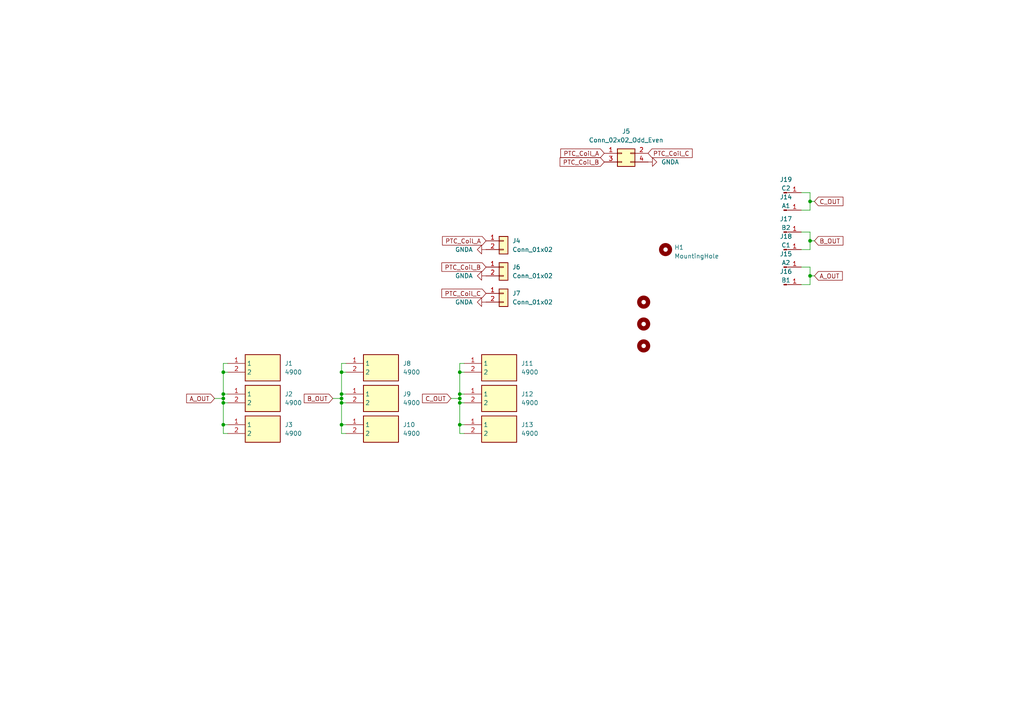
<source format=kicad_sch>
(kicad_sch (version 20230121) (generator eeschema)
  (paper "A4")
  (lib_symbols
    (symbol "4900:4900"
      (property "Reference" "J" (at 16.51 7.62 0))
      (property "Value" "4900" (at 16.51 5.08 0))
      (symbol "4900_1_1"
        (rectangle (start 5.08 2.54) (end 15.24 -5.08) (stroke (width 0.254)) (fill (type background)))
        (pin passive line (at 0 0 0) (length 5.08) (name "1") (number "1"))
        (pin passive line (at 0 -2.54 0) (length 5.08) (name "2") (number "2"))
      )
    )
    (symbol "Connector:Conn_01x01_Pin" (pin_names (offset 1.016) hide)
      (property "Reference" "J" (at 0 2.54 0))
      (property "Value" "Conn_01x01_Pin" (at 0 -2.54 0))
      (symbol "Conn_01x01_Pin_1_1"
        (polyline (pts (xy 1.27 0) (xy 0.8636 0)) (stroke (width 0.1524)))
        (rectangle (start 0.8636 0.127) (end 0 -0.127) (stroke (width 0.1524)) (fill (type outline)))
        (pin passive line (at 5.08 0 180) (length 3.81) (name "Pin_1") (number "1"))
      )
    )
    (symbol "Connector_Generic:Conn_01x02" (pin_names (offset 1.016) hide)
      (property "Reference" "J" (at 0 2.54 0))
      (property "Value" "Conn_01x02" (at 0 -5.08 0))
      (symbol "Conn_01x02_1_1"
        (rectangle (start -1.27 -2.413) (end 0 -2.667) (stroke (width 0.1524)))
        (rectangle (start -1.27 0.127) (end 0 -0.127) (stroke (width 0.1524)))
        (rectangle (start -1.27 1.27) (end 1.27 -3.81) (stroke (width 0.254)) (fill (type background)))
        (pin passive line (at -5.08 0 0) (length 3.81) (name "Pin_1") (number "1"))
        (pin passive line (at -5.08 -2.54 0) (length 3.81) (name "Pin_2") (number "2"))
      )
    )
    (symbol "Connector_Generic:Conn_02x02_Odd_Even" (pin_names (offset 1.016) hide)
      (property "Reference" "J" (at 1.27 2.54 0))
      (property "Value" "Conn_02x02_Odd_Even" (at 1.27 -5.08 0))
      (symbol "Conn_02x02_Odd_Even_1_1"
        (rectangle (start -1.27 -2.413) (end 0 -2.667) (stroke (width 0.1524)))
        (rectangle (start -1.27 0.127) (end 0 -0.127) (stroke (width 0.1524)))
        (rectangle (start -1.27 1.27) (end 3.81 -3.81) (stroke (width 0.254)) (fill (type background)))
        (rectangle (start 3.81 -2.413) (end 2.54 -2.667) (stroke (width 0.1524)))
        (rectangle (start 3.81 0.127) (end 2.54 -0.127) (stroke (width 0.1524)))
        (pin passive line (at -5.08 0 0) (length 3.81) (name "Pin_1") (number "1"))
        (pin passive line (at 7.62 0 180) (length 3.81) (name "Pin_2") (number "2"))
        (pin passive line (at -5.08 -2.54 0) (length 3.81) (name "Pin_3") (number "3"))
        (pin passive line (at 7.62 -2.54 180) (length 3.81) (name "Pin_4") (number "4"))
      )
    )
    (symbol "Mechanical:MountingHole" (pin_names (offset 1.016))
      (property "Reference" "H" (at 0 5.08 0))
      (property "Value" "MountingHole" (at 0 3.175 0))
      (symbol "MountingHole_0_1"
        (circle (center 0 0) (radius 1.27) (stroke (width 1.27)))
      )
    )
    (symbol "power:GNDA" (power) (pin_names (offset 0))
      (property "Value" "GNDA" (at 0 -3.81 0))
      (symbol "GNDA_0_1"
        (polyline (pts (xy 0 0) (xy 0 -1.27) (xy 1.27 -1.27) (xy 0 -2.54) (xy -1.27 -1.27) (xy 0 -1.27)))
      )
      (symbol "GNDA_1_1"
        (pin power_in line (at 0 0 270) (length 0) hide (name "GNDA") (number "1"))
      )
    )
  )
  (junction (at 99.06 114.3))
  (junction (at 99.06 123.19))
  (junction (at 234.95 80.01))
  (junction (at 234.95 58.42))
  (junction (at 64.77 116.84))
  (junction (at 64.77 123.19))
  (junction (at 64.77 115.57))
  (junction (at 133.35 114.3))
  (junction (at 133.35 107.95))
  (junction (at 99.06 115.57))
  (junction (at 133.35 116.84))
  (junction (at 99.06 116.84))
  (junction (at 234.95 69.85))
  (junction (at 64.77 114.3))
  (junction (at 64.77 107.95))
  (junction (at 133.35 123.19))
  (junction (at 133.35 115.57))
  (junction (at 99.06 107.95))
  (wire (pts (xy 99.06 107.95) (xy 99.06 114.3)))
  (wire (pts (xy 133.35 125.73) (xy 134.62 125.73)))
  (wire (pts (xy 232.41 82.55) (xy 234.95 82.55)))
  (wire (pts (xy 66.04 105.41) (xy 64.77 105.41)))
  (wire (pts (xy 234.95 55.88) (xy 234.95 58.42)))
  (wire (pts (xy 133.35 107.95) (xy 134.62 107.95)))
  (wire (pts (xy 234.95 80.01) (xy 234.95 77.47)))
  (wire (pts (xy 64.77 123.19) (xy 64.77 125.73)))
  (wire (pts (xy 133.35 123.19) (xy 134.62 123.19)))
  (wire (pts (xy 133.35 116.84) (xy 134.62 116.84)))
  (wire (pts (xy 133.35 105.41) (xy 133.35 107.95)))
  (wire (pts (xy 100.33 105.41) (xy 99.06 105.41)))
  (wire (pts (xy 62.23 115.57) (xy 64.77 115.57)))
  (wire (pts (xy 232.41 67.31) (xy 234.95 67.31)))
  (wire (pts (xy 234.95 67.31) (xy 234.95 69.85)))
  (wire (pts (xy 234.95 77.47) (xy 232.41 77.47)))
  (wire (pts (xy 99.06 114.3) (xy 100.33 114.3)))
  (wire (pts (xy 134.62 105.41) (xy 133.35 105.41)))
  (wire (pts (xy 99.06 125.73) (xy 100.33 125.73)))
  (wire (pts (xy 99.06 114.3) (xy 99.06 115.57)))
  (wire (pts (xy 133.35 107.95) (xy 133.35 114.3)))
  (wire (pts (xy 234.95 69.85) (xy 234.95 72.39)))
  (wire (pts (xy 64.77 116.84) (xy 66.04 116.84)))
  (wire (pts (xy 99.06 116.84) (xy 100.33 116.84)))
  (wire (pts (xy 133.35 115.57) (xy 133.35 116.84)))
  (wire (pts (xy 64.77 123.19) (xy 66.04 123.19)))
  (wire (pts (xy 130.81 115.57) (xy 133.35 115.57)))
  (wire (pts (xy 234.95 58.42) (xy 236.22 58.42)))
  (wire (pts (xy 133.35 123.19) (xy 133.35 125.73)))
  (wire (pts (xy 64.77 114.3) (xy 66.04 114.3)))
  (wire (pts (xy 64.77 116.84) (xy 64.77 123.19)))
  (wire (pts (xy 99.06 105.41) (xy 99.06 107.95)))
  (wire (pts (xy 99.06 107.95) (xy 100.33 107.95)))
  (wire (pts (xy 64.77 115.57) (xy 64.77 116.84)))
  (wire (pts (xy 133.35 114.3) (xy 133.35 115.57)))
  (wire (pts (xy 99.06 115.57) (xy 99.06 116.84)))
  (wire (pts (xy 64.77 114.3) (xy 64.77 115.57)))
  (wire (pts (xy 96.52 115.57) (xy 99.06 115.57)))
  (wire (pts (xy 232.41 55.88) (xy 234.95 55.88)))
  (wire (pts (xy 234.95 69.85) (xy 236.22 69.85)))
  (wire (pts (xy 64.77 125.73) (xy 66.04 125.73)))
  (wire (pts (xy 133.35 114.3) (xy 134.62 114.3)))
  (wire (pts (xy 99.06 116.84) (xy 99.06 123.19)))
  (wire (pts (xy 64.77 107.95) (xy 66.04 107.95)))
  (wire (pts (xy 99.06 123.19) (xy 99.06 125.73)))
  (wire (pts (xy 234.95 82.55) (xy 234.95 80.01)))
  (wire (pts (xy 99.06 123.19) (xy 100.33 123.19)))
  (wire (pts (xy 232.41 60.96) (xy 234.95 60.96)))
  (wire (pts (xy 234.95 80.01) (xy 236.22 80.01)))
  (wire (pts (xy 64.77 107.95) (xy 64.77 114.3)))
  (wire (pts (xy 133.35 116.84) (xy 133.35 123.19)))
  (wire (pts (xy 64.77 105.41) (xy 64.77 107.95)))
  (wire (pts (xy 234.95 72.39) (xy 232.41 72.39)))
  (wire (pts (xy 234.95 58.42) (xy 234.95 60.96)))
  (global_label "C_OUT" (shape input) (at 130.81 115.57 180) (property "Intersheetrefs" "${INTERSHEET_REFS}" (effects hide)))
  (global_label "C_OUT" (shape input) (at 236.22 58.42 0) (property "Intersheetrefs" "${INTERSHEET_REFS}" (effects hide)))
  (global_label "PTC_Coil_C" (shape input) (at 140.97 85.09 180) (property "Intersheetrefs" "${INTERSHEET_REFS}" (effects hide)))
  (global_label "B_OUT" (shape input) (at 96.52 115.57 180) (property "Intersheetrefs" "${INTERSHEET_REFS}" (effects hide)))
  (global_label "PTC_Coil_A" (shape input) (at 140.97 69.85 180) (property "Intersheetrefs" "${INTERSHEET_REFS}" (effects hide)))
  (global_label "A_OUT" (shape input) (at 236.22 80.01 0) (property "Intersheetrefs" "${INTERSHEET_REFS}" (effects hide)))
  (global_label "A_OUT" (shape input) (at 62.23 115.57 180) (property "Intersheetrefs" "${INTERSHEET_REFS}" (effects hide)))
  (global_label "PTC_Coil_B" (shape input) (at 175.26 46.99 180) (property "Intersheetrefs" "${INTERSHEET_REFS}" (effects hide)))
  (global_label "PTC_Coil_B" (shape input) (at 140.97 77.47 180) (property "Intersheetrefs" "${INTERSHEET_REFS}" (effects hide)))
  (global_label "PTC_Coil_A" (shape input) (at 175.26 44.45 180) (property "Intersheetrefs" "${INTERSHEET_REFS}" (effects hide)))
  (global_label "PTC_Coil_C" (shape input) (at 187.96 44.45 0) (property "Intersheetrefs" "${INTERSHEET_REFS}" (effects hide)))
  (global_label "B_OUT" (shape input) (at 236.22 69.85 0) (property "Intersheetrefs" "${INTERSHEET_REFS}" (effects hide)))
  (symbol (lib_id "Connector:Conn_01x01_Pin") (at 227.33 60.96 0) (unit 1)
    (property "Reference" "J14" (at 227.965 57.15 0))
    (property "Value" "A1" (at 227.965 59.69 0))
    (property "Footprint" "Connector_My:Coil" (effects hide))
  )
  (symbol (lib_id "4900:4900") (at 134.62 105.41 0) (unit 1)
    (property "Reference" "J11" (at 151.13 105.41 0) (effects (justify left)))
    (property "Value" "4900" (at 151.13 107.95 0) (effects (justify left)))
    (property "Footprint" "Connector_My:3551" (effects hide))
    (property "Datasheet" "https://www.keyelco.com/product-pdf.cfm?p=597" (effects hide))
    (property "Height" "10.72" (effects hide))
    (property "Manufacturer_Name" "Keystone Electronics" (effects hide))
    (property "Manufacturer_Part_Number" "4900" (effects hide))
    (property "Mouser Part Number" "534-4900" (effects hide))
    (property "Mouser Price/Stock" "https://www.mouser.co.uk/ProductDetail/Keystone-Electronics/4900?qs=lQmX4aIt5iDWRkxqjAIN4A%3D%3D" (effects hide))
  )
  (symbol (lib_id "Connector:Conn_01x01_Pin") (at 227.33 72.39 0) (unit 1)
    (property "Reference" "J18" (at 227.965 68.58 0))
    (property "Value" "C1" (at 227.965 71.12 0))
    (property "Footprint" "Connector_My:Coil" (effects hide))
  )
  (symbol (lib_id "Connector_Generic:Conn_01x02") (at 146.05 69.85 0) (unit 1)
    (property "Reference" "J4" (at 148.59 69.85 0) (effects (justify left)))
    (property "Value" "Conn_01x02" (at 148.59 72.39 0) (effects (justify left)))
    (property "Footprint" "Connector_Molex:Molex_PicoBlade_53048-0210_1x02_P1.25mm_Horizontal" (effects hide))
  )
  (symbol (lib_id "power:GNDA") (at 140.97 87.63 270) (unit 1)
    (property "Reference" "#PWR04" (effects hide))
    (property "Value" "GNDA" (at 137.16 87.63 90) (effects (justify right)))
  )
  (symbol (lib_id "4900:4900") (at 100.33 105.41 0) (unit 1)
    (property "Reference" "J8" (at 116.84 105.41 0) (effects (justify left)))
    (property "Value" "4900" (at 116.84 107.95 0) (effects (justify left)))
    (property "Footprint" "Connector_My:3551" (effects hide))
    (property "Datasheet" "https://www.keyelco.com/product-pdf.cfm?p=597" (effects hide))
    (property "Height" "10.72" (effects hide))
    (property "Manufacturer_Name" "Keystone Electronics" (effects hide))
    (property "Manufacturer_Part_Number" "4900" (effects hide))
    (property "Mouser Part Number" "534-4900" (effects hide))
    (property "Mouser Price/Stock" "https://www.mouser.co.uk/ProductDetail/Keystone-Electronics/4900?qs=lQmX4aIt5iDWRkxqjAIN4A%3D%3D" (effects hide))
  )
  (symbol (lib_id "Mechanical:MountingHole") (at 186.69 100.33 0) (unit 1)
    (property "Reference" "H4" (effects hide))
    (property "Value" "MountingHole" (effects hide))
    (property "Footprint" "MountingHole:MountingHole_3.2mm_M3" (effects hide))
  )
  (symbol (lib_id "Mechanical:MountingHole") (at 186.69 93.98 0) (unit 1)
    (property "Reference" "H3" (effects hide))
    (property "Value" "MountingHole" (effects hide))
    (property "Footprint" "MountingHole:MountingHole_3.2mm_M3" (effects hide))
  )
  (symbol (lib_id "4900:4900") (at 134.62 114.3 0) (unit 1)
    (property "Reference" "J12" (at 151.13 114.3 0) (effects (justify left)))
    (property "Value" "4900" (at 151.13 116.84 0) (effects (justify left)))
    (property "Footprint" "Connector_My:3551" (effects hide))
    (property "Datasheet" "https://www.keyelco.com/product-pdf.cfm?p=597" (effects hide))
    (property "Height" "10.72" (effects hide))
    (property "Manufacturer_Name" "Keystone Electronics" (effects hide))
    (property "Manufacturer_Part_Number" "4900" (effects hide))
    (property "Mouser Part Number" "534-4900" (effects hide))
    (property "Mouser Price/Stock" "https://www.mouser.co.uk/ProductDetail/Keystone-Electronics/4900?qs=lQmX4aIt5iDWRkxqjAIN4A%3D%3D" (effects hide))
  )
  (symbol (lib_id "4900:4900") (at 134.62 123.19 0) (unit 1)
    (property "Reference" "J13" (at 151.13 123.19 0) (effects (justify left)))
    (property "Value" "4900" (at 151.13 125.73 0) (effects (justify left)))
    (property "Footprint" "Connector_My:3551" (effects hide))
    (property "Datasheet" "https://www.keyelco.com/product-pdf.cfm?p=597" (effects hide))
    (property "Height" "10.72" (effects hide))
    (property "Manufacturer_Name" "Keystone Electronics" (effects hide))
    (property "Manufacturer_Part_Number" "4900" (effects hide))
    (property "Mouser Part Number" "534-4900" (effects hide))
    (property "Mouser Price/Stock" "https://www.mouser.co.uk/ProductDetail/Keystone-Electronics/4900?qs=lQmX4aIt5iDWRkxqjAIN4A%3D%3D" (effects hide))
  )
  (symbol (lib_id "Connector:Conn_01x01_Pin") (at 227.33 77.47 0) (unit 1)
    (property "Reference" "J15" (at 227.965 73.66 0))
    (property "Value" "A2" (at 227.965 76.2 0))
    (property "Footprint" "Connector_My:Coil" (effects hide))
  )
  (symbol (lib_id "4900:4900") (at 66.04 105.41 0) (unit 1)
    (property "Reference" "J1" (at 82.55 105.41 0) (effects (justify left)))
    (property "Value" "4900" (at 82.55 107.95 0) (effects (justify left)))
    (property "Footprint" "Connector_My:3551" (effects hide))
    (property "Datasheet" "https://www.keyelco.com/product-pdf.cfm?p=597" (effects hide))
    (property "Height" "10.72" (effects hide))
    (property "Manufacturer_Name" "Keystone Electronics" (effects hide))
    (property "Manufacturer_Part_Number" "4900" (effects hide))
    (property "Mouser Part Number" "534-4900" (effects hide))
    (property "Mouser Price/Stock" "https://www.mouser.co.uk/ProductDetail/Keystone-Electronics/4900?qs=lQmX4aIt5iDWRkxqjAIN4A%3D%3D" (effects hide))
  )
  (symbol (lib_id "Mechanical:MountingHole") (at 186.69 87.63 0) (unit 1)
    (property "Reference" "H2" (effects hide))
    (property "Value" "MountingHole" (effects hide))
    (property "Footprint" "MountingHole:MountingHole_3.2mm_M3" (effects hide))
  )
  (symbol (lib_id "Connector:Conn_01x01_Pin") (at 227.33 67.31 0) (unit 1)
    (property "Reference" "J17" (at 227.965 63.5 0))
    (property "Value" "B2" (at 227.965 66.04 0))
    (property "Footprint" "Connector_My:Coil" (effects hide))
  )
  (symbol (lib_id "Connector_Generic:Conn_01x02") (at 146.05 77.47 0) (unit 1)
    (property "Reference" "J6" (at 148.59 77.47 0) (effects (justify left)))
    (property "Value" "Conn_01x02" (at 148.59 80.01 0) (effects (justify left)))
    (property "Footprint" "Connector_Molex:Molex_PicoBlade_53048-0210_1x02_P1.25mm_Horizontal" (effects hide))
  )
  (symbol (lib_id "power:GNDA") (at 140.97 72.39 270) (unit 1)
    (property "Reference" "#PWR01" (effects hide))
    (property "Value" "GNDA" (at 137.16 72.39 90) (effects (justify right)))
  )
  (symbol (lib_id "Connector_Generic:Conn_01x02") (at 146.05 85.09 0) (unit 1)
    (property "Reference" "J7" (at 148.59 85.09 0) (effects (justify left)))
    (property "Value" "Conn_01x02" (at 148.59 87.63 0) (effects (justify left)))
    (property "Footprint" "Connector_Molex:Molex_PicoBlade_53048-0210_1x02_P1.25mm_Horizontal" (effects hide))
  )
  (symbol (lib_id "4900:4900") (at 100.33 114.3 0) (unit 1)
    (property "Reference" "J9" (at 116.84 114.3 0) (effects (justify left)))
    (property "Value" "4900" (at 116.84 116.84 0) (effects (justify left)))
    (property "Footprint" "Connector_My:3551" (effects hide))
    (property "Datasheet" "https://www.keyelco.com/product-pdf.cfm?p=597" (effects hide))
    (property "Height" "10.72" (effects hide))
    (property "Manufacturer_Name" "Keystone Electronics" (effects hide))
    (property "Manufacturer_Part_Number" "4900" (effects hide))
    (property "Mouser Part Number" "534-4900" (effects hide))
    (property "Mouser Price/Stock" "https://www.mouser.co.uk/ProductDetail/Keystone-Electronics/4900?qs=lQmX4aIt5iDWRkxqjAIN4A%3D%3D" (effects hide))
  )
  (symbol (lib_id "power:GNDA") (at 187.96 46.99 90) (unit 1)
    (property "Reference" "#PWR02" (effects hide))
    (property "Value" "GNDA" (at 191.77 46.99 90) (effects (justify right)))
  )
  (symbol (lib_id "Mechanical:MountingHole") (at 193.04 72.39 0) (unit 1)
    (property "Reference" "H1" (at 195.58 71.755 0) (effects (justify left)))
    (property "Value" "MountingHole" (at 195.58 74.295 0) (effects (justify left)))
    (property "Footprint" "MountingHole:MountingHole_2.1mm" (effects hide))
  )
  (symbol (lib_id "power:GNDA") (at 140.97 80.01 270) (unit 1)
    (property "Reference" "#PWR03" (effects hide))
    (property "Value" "GNDA" (at 137.16 80.01 90) (effects (justify right)))
  )
  (symbol (lib_id "Connector_Generic:Conn_02x02_Odd_Even") (at 180.34 44.45 0) (unit 1)
    (property "Reference" "J5" (at 181.61 38.1 0))
    (property "Value" "Conn_02x02_Odd_Even" (at 181.61 40.64 0))
    (property "Footprint" "Connector_PinSocket_2.54mm:PinSocket_2x02_P2.54mm_Vertical" (effects hide))
  )
  (symbol (lib_id "4900:4900") (at 100.33 123.19 0) (unit 1)
    (property "Reference" "J10" (at 116.84 123.19 0) (effects (justify left)))
    (property "Value" "4900" (at 116.84 125.73 0) (effects (justify left)))
    (property "Footprint" "Connector_My:3551" (effects hide))
    (property "Datasheet" "https://www.keyelco.com/product-pdf.cfm?p=597" (effects hide))
    (property "Height" "10.72" (effects hide))
    (property "Manufacturer_Name" "Keystone Electronics" (effects hide))
    (property "Manufacturer_Part_Number" "4900" (effects hide))
    (property "Mouser Part Number" "534-4900" (effects hide))
    (property "Mouser Price/Stock" "https://www.mouser.co.uk/ProductDetail/Keystone-Electronics/4900?qs=lQmX4aIt5iDWRkxqjAIN4A%3D%3D" (effects hide))
  )
  (symbol (lib_id "Connector:Conn_01x01_Pin") (at 227.33 55.88 0) (unit 1)
    (property "Reference" "J19" (at 227.965 52.07 0))
    (property "Value" "C2" (at 227.965 54.61 0))
    (property "Footprint" "Connector_My:Coil" (effects hide))
  )
  (symbol (lib_id "4900:4900") (at 66.04 123.19 0) (unit 1)
    (property "Reference" "J3" (at 82.55 123.19 0) (effects (justify left)))
    (property "Value" "4900" (at 82.55 125.73 0) (effects (justify left)))
    (property "Footprint" "Connector_My:3551" (effects hide))
    (property "Datasheet" "https://www.keyelco.com/product-pdf.cfm?p=597" (effects hide))
    (property "Height" "10.72" (effects hide))
    (property "Manufacturer_Name" "Keystone Electronics" (effects hide))
    (property "Manufacturer_Part_Number" "4900" (effects hide))
    (property "Mouser Part Number" "534-4900" (effects hide))
    (property "Mouser Price/Stock" "https://www.mouser.co.uk/ProductDetail/Keystone-Electronics/4900?qs=lQmX4aIt5iDWRkxqjAIN4A%3D%3D" (effects hide))
  )
  (symbol (lib_id "4900:4900") (at 66.04 114.3 0) (unit 1)
    (property "Reference" "J2" (at 82.55 114.3 0) (effects (justify left)))
    (property "Value" "4900" (at 82.55 116.84 0) (effects (justify left)))
    (property "Footprint" "Connector_My:3551" (effects hide))
    (property "Datasheet" "https://www.keyelco.com/product-pdf.cfm?p=597" (effects hide))
    (property "Height" "10.72" (effects hide))
    (property "Manufacturer_Name" "Keystone Electronics" (effects hide))
    (property "Manufacturer_Part_Number" "4900" (effects hide))
    (property "Mouser Part Number" "534-4900" (effects hide))
    (property "Mouser Price/Stock" "https://www.mouser.co.uk/ProductDetail/Keystone-Electronics/4900?qs=lQmX4aIt5iDWRkxqjAIN4A%3D%3D" (effects hide))
  )
  (symbol (lib_id "Connector:Conn_01x01_Pin") (at 227.33 82.55 0) (unit 1)
    (property "Reference" "J16" (at 227.965 78.74 0))
    (property "Value" "B1" (at 227.965 81.28 0))
    (property "Footprint" "Connector_My:Coil" (effects hide))
  )
)
</source>
